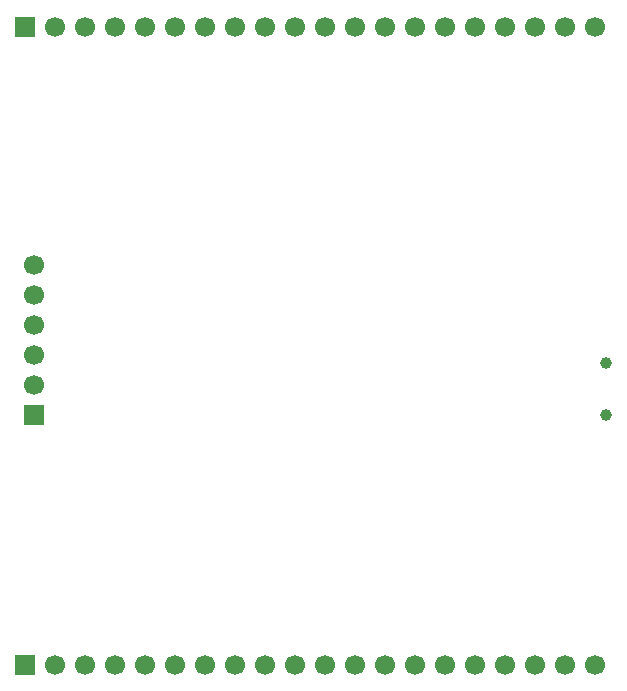
<source format=gbs>
%TF.GenerationSoftware,KiCad,Pcbnew,9.0.5*%
%TF.CreationDate,2025-11-25T11:42:17+01:00*%
%TF.ProjectId,PTP,5054502e-6b69-4636-9164-5f7063625858,rev?*%
%TF.SameCoordinates,Original*%
%TF.FileFunction,Soldermask,Bot*%
%TF.FilePolarity,Negative*%
%FSLAX46Y46*%
G04 Gerber Fmt 4.6, Leading zero omitted, Abs format (unit mm)*
G04 Created by KiCad (PCBNEW 9.0.5) date 2025-11-25 11:42:17*
%MOMM*%
%LPD*%
G01*
G04 APERTURE LIST*
%ADD10R,1.700000X1.700000*%
%ADD11C,1.700000*%
%ADD12C,1.000000*%
G04 APERTURE END LIST*
D10*
%TO.C,J4*%
X85000000Y-132000000D03*
D11*
X87540000Y-132000000D03*
X90080000Y-132000000D03*
X92620000Y-132000000D03*
X95160000Y-132000000D03*
X97700000Y-132000000D03*
X100240000Y-132000000D03*
X102780000Y-132000000D03*
X105320000Y-132000000D03*
X107860000Y-132000000D03*
X110400000Y-132000000D03*
X112940000Y-132000000D03*
X115480000Y-132000000D03*
X118020000Y-132000000D03*
X120560000Y-132000000D03*
X123100000Y-132000000D03*
X125640000Y-132000000D03*
X128180000Y-132000000D03*
X130720000Y-132000000D03*
X133260000Y-132000000D03*
%TD*%
D10*
%TO.C,J5*%
X85000000Y-78000000D03*
D11*
X87540000Y-78000000D03*
X90080000Y-78000000D03*
X92620000Y-78000000D03*
X95160000Y-78000000D03*
X97700000Y-78000000D03*
X100240000Y-78000000D03*
X102780000Y-78000000D03*
X105320000Y-78000000D03*
X107860000Y-78000000D03*
X110400000Y-78000000D03*
X112940000Y-78000000D03*
X115480000Y-78000000D03*
X118020000Y-78000000D03*
X120560000Y-78000000D03*
X123100000Y-78000000D03*
X125640000Y-78000000D03*
X128180000Y-78000000D03*
X130720000Y-78000000D03*
X133260000Y-78000000D03*
%TD*%
D12*
%TO.C,J1*%
X134200000Y-110900000D03*
X134200000Y-106500000D03*
%TD*%
D11*
%TO.C,J3*%
X85800000Y-98160000D03*
X85800000Y-100700000D03*
X85800000Y-103240000D03*
X85800000Y-105780000D03*
X85800000Y-108320000D03*
D10*
X85800000Y-110860000D03*
%TD*%
M02*

</source>
